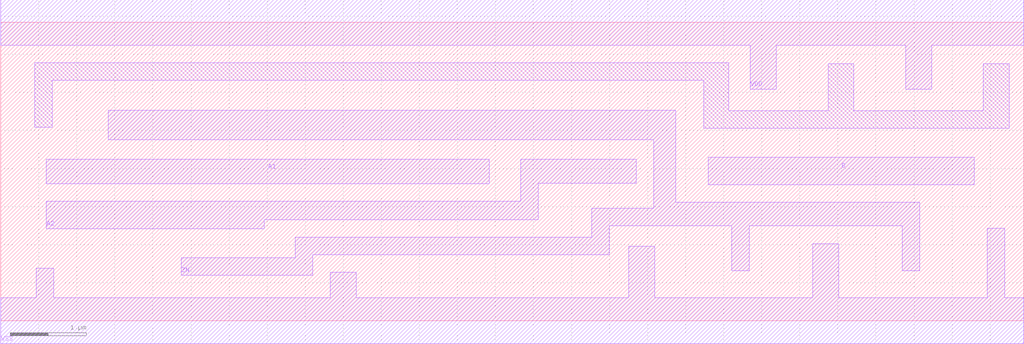
<source format=lef>
# Copyright 2022 GlobalFoundries PDK Authors
#
# Licensed under the Apache License, Version 2.0 (the "License");
# you may not use this file except in compliance with the License.
# You may obtain a copy of the License at
#
#      http://www.apache.org/licenses/LICENSE-2.0
#
# Unless required by applicable law or agreed to in writing, software
# distributed under the License is distributed on an "AS IS" BASIS,
# WITHOUT WARRANTIES OR CONDITIONS OF ANY KIND, either express or implied.
# See the License for the specific language governing permissions and
# limitations under the License.

MACRO gf180mcu_fd_sc_mcu7t5v0__aoi21_4
  CLASS core ;
  FOREIGN gf180mcu_fd_sc_mcu7t5v0__aoi21_4 0.0 0.0 ;
  ORIGIN 0 0 ;
  SYMMETRY X Y ;
  SITE GF018hv5v_mcu_sc7 ;
  SIZE 13.44 BY 3.92 ;
  PIN A1
    DIRECTION INPUT ;
    ANTENNAGATEAREA 4.368 ;
    PORT
      LAYER METAL1 ;
        POLYGON 0.6 1.8 6.42 1.8 6.42 2.12 0.6 2.12  ;
    END
  END A1
  PIN A2
    DIRECTION INPUT ;
    ANTENNAGATEAREA 4.368 ;
    PORT
      LAYER METAL1 ;
        POLYGON 0.6 1.21 3.465 1.21 3.465 1.325 7.065 1.325 7.065 1.805 8.35 1.805 8.35 2.12 6.835 2.12 6.835 1.57 0.6 1.57  ;
    END
  END A2
  PIN B
    DIRECTION INPUT ;
    ANTENNAGATEAREA 3.624 ;
    PORT
      LAYER METAL1 ;
        POLYGON 9.295 1.79 12.79 1.79 12.79 2.15 9.295 2.15  ;
    END
  END B
  PIN ZN
    DIRECTION OUTPUT ;
    ANTENNADIFFAREA 3.8792 ;
    PORT
      LAYER METAL1 ;
        POLYGON 1.41 2.38 8.58 2.38 8.58 1.475 7.765 1.475 7.765 1.095 3.87 1.095 3.87 0.825 2.37 0.825 2.37 0.595 4.1 0.595 4.1 0.865 7.995 0.865 7.995 1.245 9.605 1.245 9.605 0.655 9.835 0.655 9.835 1.245 11.845 1.245 11.845 0.655 12.075 0.655 12.075 1.56 8.87 1.56 8.87 2.765 1.41 2.765  ;
    END
  END ZN
  PIN VDD
    DIRECTION INOUT ;
    USE power ;
    SHAPE ABUTMENT ;
    PORT
      LAYER METAL1 ;
        POLYGON 0 3.62 9.85 3.62 9.85 3.04 10.19 3.04 10.19 3.62 11.89 3.62 11.89 3.04 12.23 3.04 12.23 3.62 13.25 3.62 13.44 3.62 13.44 4.22 13.25 4.22 0 4.22  ;
    END
  END VDD
  PIN VSS
    DIRECTION INOUT ;
    USE ground ;
    SHAPE ABUTMENT ;
    PORT
      LAYER METAL1 ;
        POLYGON 0 -0.3 13.44 -0.3 13.44 0.3 13.195 0.3 13.195 1.215 12.965 1.215 12.965 0.3 11.01 0.3 11.01 1.015 10.67 1.015 10.67 0.3 8.59 0.3 8.59 0.98 8.25 0.98 8.25 0.3 4.67 0.3 4.67 0.635 4.33 0.635 4.33 0.3 0.695 0.3 0.695 0.69 0.465 0.69 0.465 0.3 0 0.3  ;
    END
  END VSS
  OBS
      LAYER METAL1 ;
        POLYGON 0.445 2.54 0.675 2.54 0.675 3.16 9.235 3.16 9.235 2.53 13.25 2.53 13.25 3.38 12.91 3.38 12.91 2.76 11.21 2.76 11.21 3.38 10.87 3.38 10.87 2.76 9.565 2.76 9.565 3.39 0.445 3.39  ;
  END
END gf180mcu_fd_sc_mcu7t5v0__aoi21_4

</source>
